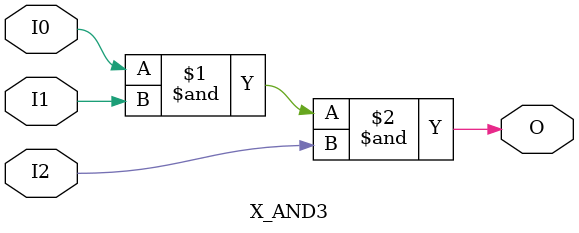
<source format=v>

`celldefine
`timescale 1 ps/1 ps

module X_AND3 (O, I0, I1, I2);

  output O;
  input I0, I1, I2;
  parameter LOC = "UNPLACED";
  and (O, I0, I1, I2);

endmodule

</source>
